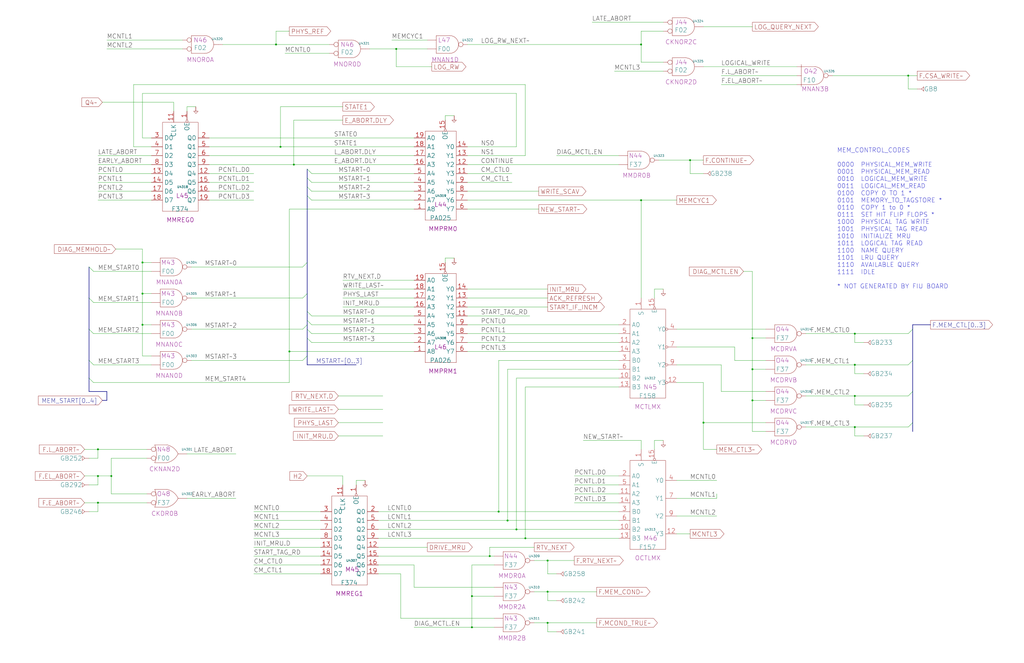
<source format=kicad_sch>
(kicad_sch (version 20250114) (generator "eeschema") (generator_version "9.0")
  (paper "User" 584.2 378.46)
  (title_block (title "MEMORY WRITE MONITOR") (date "20-MAR-90") (rev "1.0") (comment 1 "FIU") (comment 2 "232-003065") (comment 3 "S400") (comment 4 "RELEASED"))
  (lib_symbols
    (symbol "r1000:F00" (pin_numbers (hide yes)) (pin_names (hide yes))
      (property "Reference" "U" (at 15.24 0 0))
      (property "Value" "F00" (at 1.905 -5.08 0))
      (property "Location" "___" (at 1.905 0 0))
      (property "Name" "______" (at 2.54 -12.7 0))
      (symbol "F00_1_1"
        (pin input line (at -7.62 0 0) (length 5.08) (name "D0") (number "1"))
        (pin input line (at -7.62 -5.08 0) (length 5.08) (name "D1") (number "2"))
        (pin output line (at 15.24 -2.54 180) (length 2.54) (name "Q") (number "3"))
      )
      (symbol "F00_1_2"
        (pin input line (at -7.62 0 0) (length 2.54) (name "D0") (number "1"))
        (pin input line (at -7.62 -5.08 0) (length 2.54) (name "D1") (number "2"))
        (pin output line (at 15.24 -2.54 180) (length 5.08) (name "Q") (number "3"))
      )
    )
    (symbol "r1000:F02" (pin_numbers (hide yes)) (pin_names (hide yes))
      (property "Reference" "U" (at 12.16 0.635 0))
      (property "Value" "F02" (at -1.27 -4.445 0))
      (property "Location" "___" (at 2.54 0 0))
      (property "Name" "______" (at 2.54 -12.7 0))
      (symbol "F02_1_1"
        (pin input line (at -7.62 0 0) (length 2.54) (name "D0") (number "1"))
        (pin input line (at -7.62 -5.08 0) (length 2.54) (name "D1") (number "2"))
        (pin output line (at 15.24 -2.54 180) (length 1.27) (name "Q") (number "3"))
      )
      (symbol "F02_1_2"
        (pin input line (at -7.62 0 0) (length 2.54) (name "D0") (number "1"))
        (pin input line (at -7.62 -5.08 0) (length 2.54) (name "D1") (number "2"))
        (pin output line (at 15.24 -2.54 180) (length 2.54) (name "Q") (number "3"))
      )
    )
    (symbol "r1000:F10" (pin_numbers (hide yes)) (pin_names (hide yes))
      (property "Reference" "U" (at 13.335 0 0))
      (property "Value" "F10" (at 5.715 -5.08 0))
      (property "Location" "___" (at -1.27 0 0))
      (property "Name" "______" (at -2.54 -10.16 0))
      (symbol "F10_1_1"
        (pin input line (at -5.08 2.54 0) (length 2.54) (name "D0") (number "1"))
        (pin input line (at -5.08 -2.54 0) (length 2.54) (name "D1") (number "2"))
        (pin input line (at -5.08 -7.62 0) (length 2.54) (name "D2") (number "3"))
        (pin output line (at 15.24 -2.54 180) (length 2.54) (name "Q") (number "4"))
      )
      (symbol "F10_1_2"
        (pin input line (at -5.08 2.54 0) (length 0) (name "D0") (number "1"))
        (pin input line (at -5.08 -2.54 0) (length 0) (name "D1") (number "2"))
        (pin input line (at -5.08 -7.62 0) (length 0) (name "D2") (number "3"))
        (pin output line (at 15.24 -2.54 180) (length 2.54) (name "Q") (number "4"))
      )
    )
    (symbol "r1000:F157" (pin_names (offset 1.016))
      (property "Reference" "U" (at 2.54 5.08 0))
      (property "Value" "F157" (at -3.81 -5.08 0))
      (property "Location" "___" (at -1.27 0 0))
      (property "Name" "______" (at 1.27 -12.7 0))
      (symbol "F157_1_1"
        (pin input line (at -15.24 35.56 0) (length 6.35) (name "A0") (number "2"))
        (pin input line (at -15.24 30.48 0) (length 6.35) (name "A1") (number "5"))
        (pin input line (at -15.24 25.4 0) (length 6.35) (name "A2") (number "11"))
        (pin input line (at -15.24 20.32 0) (length 6.35) (name "A3") (number "14"))
        (pin input line (at -15.24 15.24 0) (length 6.35) (name "B0") (number "3"))
        (pin input line (at -15.24 10.16 0) (length 6.35) (name "B1") (number "6"))
        (pin input line (at -15.24 5.08 0) (length 6.35) (name "B2") (number "10"))
        (pin input line (at -15.24 0 0) (length 6.35) (name "B3") (number "13"))
        (pin input line (at -2.54 50.8 270) (length 6.35) (name "S") (number "1"))
        (pin input line (at 5.08 50.8 270) (length 5.08) (name "E") (number "15"))
        (pin output line (at 17.78 33.02 180) (length 6.35) (name "Y0") (number "4"))
        (pin output line (at 17.78 22.86 180) (length 6.35) (name "Y1") (number "7"))
        (pin output line (at 17.78 12.7 180) (length 6.35) (name "Y2") (number "9"))
        (pin output line (at 17.78 2.54 180) (length 6.35) (name "Y3") (number "12"))
      )
    )
    (symbol "r1000:F158" (pin_names (offset 1.016))
      (property "Reference" "U" (at 2.54 5.08 0))
      (property "Value" "F158" (at -3.81 -5.08 0))
      (property "Location" "___" (at -1.27 0 0))
      (property "Name" "______" (at 1.27 -12.7 0))
      (symbol "F158_1_1"
        (pin input line (at -15.24 35.56 0) (length 6.35) (name "A0") (number "2"))
        (pin input line (at -15.24 30.48 0) (length 6.35) (name "A1") (number "5"))
        (pin input line (at -15.24 25.4 0) (length 6.35) (name "A2") (number "11"))
        (pin input line (at -15.24 20.32 0) (length 6.35) (name "A3") (number "14"))
        (pin input line (at -15.24 15.24 0) (length 6.35) (name "B0") (number "3"))
        (pin input line (at -15.24 10.16 0) (length 6.35) (name "B1") (number "6"))
        (pin input line (at -15.24 5.08 0) (length 6.35) (name "B2") (number "10"))
        (pin input line (at -15.24 0 0) (length 6.35) (name "B3") (number "13"))
        (pin input line (at -2.54 50.8 270) (length 6.35) (name "S") (number "1"))
        (pin input line (at 5.08 50.8 270) (length 5.08) (name "E") (number "15"))
        (pin output line (at 17.78 33.02 180) (length 5.08) (name "Y0") (number "4"))
        (pin output line (at 17.78 22.86 180) (length 5.08) (name "Y1") (number "7"))
        (pin output line (at 17.78 12.7 180) (length 5.08) (name "Y2") (number "9"))
        (pin output line (at 17.78 2.54 180) (length 5.08) (name "Y3") (number "12"))
      )
    )
    (symbol "r1000:F37" (pin_numbers (hide yes)) (pin_names (offset 0) (hide yes))
      (property "Reference" "U" (at 15.24 0 0))
      (property "Value" "F37" (at 1.905 -5.08 0))
      (property "Location" "___" (at 1.905 0 0))
      (property "Name" "______" (at 2.54 -12.7 0))
      (symbol "F37_1_1"
        (pin input line (at -7.62 0 0) (length 5.08) (name "D0") (number "1"))
        (pin input line (at -7.62 -5.08 0) (length 5.08) (name "D1") (number "2"))
        (pin output line (at 15.24 -2.54 180) (length 2.54) (name "Q") (number "3"))
      )
      (symbol "F37_1_2"
        (pin input line (at -7.62 0 0) (length 2.54) (name "D0") (number "1"))
        (pin input line (at -7.62 -5.08 0) (length 2.54) (name "D1") (number "2"))
        (pin output line (at 15.24 -2.54 180) (length 5.08) (name "Q") (number "3"))
      )
    )
    (symbol "r1000:F374" (pin_names (offset 1.016))
      (property "Reference" "U" (at 2.54 5.08 0))
      (property "Value" "F374" (at -3.81 -7.62 0))
      (property "Location" "___" (at -1.27 0 0))
      (property "Name" "______" (at 1.27 -15.24 0))
      (symbol "F374_1_1"
        (pin input line (at -15.24 33.02 0) (length 6.35) (name "D0") (number "3"))
        (pin input line (at -15.24 27.94 0) (length 6.35) (name "D1") (number "4"))
        (pin input line (at -15.24 22.86 0) (length 6.35) (name "D2") (number "7"))
        (pin input line (at -15.24 17.78 0) (length 6.35) (name "D3") (number "8"))
        (pin input line (at -15.24 12.7 0) (length 6.35) (name "D4") (number "13"))
        (pin input line (at -15.24 7.62 0) (length 6.35) (name "D5") (number "14"))
        (pin input line (at -15.24 2.54 0) (length 6.35) (name "D6") (number "17"))
        (pin input line (at -15.24 -2.54 0) (length 6.35) (name "D7") (number "18"))
        (pin input line (at -2.54 48.26 270) (length 6.35) (name "CLK") (number "11"))
        (pin input line (at 5.08 48.26 270) (length 5.08) (name "OE") (number "1"))
        (pin tri_state line (at 17.78 33.02 180) (length 6.35) (name "Q0") (number "2"))
        (pin tri_state line (at 17.78 27.94 180) (length 6.35) (name "Q1") (number "5"))
        (pin tri_state line (at 17.78 22.86 180) (length 6.35) (name "Q2") (number "6"))
        (pin tri_state line (at 17.78 17.78 180) (length 6.35) (name "Q3") (number "9"))
        (pin tri_state line (at 17.78 12.7 180) (length 6.35) (name "Q4") (number "12"))
        (pin tri_state line (at 17.78 7.62 180) (length 6.35) (name "Q5") (number "15"))
        (pin tri_state line (at 17.78 2.54 180) (length 6.35) (name "Q6") (number "16"))
        (pin tri_state line (at 17.78 -2.54 180) (length 6.35) (name "Q7") (number "19"))
      )
    )
    (symbol "r1000:GB" (pin_numbers (hide yes)) (pin_names (offset 0) (hide yes))
      (property "Reference" "GB" (at 3.81 0 0))
      (symbol "GB_1_1"
        (pin bidirectional line (at 0 0 0) (length 2.54) (name "") (number "1"))
      )
    )
    (symbol "r1000:PAxxx" (pin_names (offset 1.016))
      (property "Reference" "U" (at 2.54 5.08 0))
      (property "Value" "PAxxx" (at -3.81 -7.62 0))
      (property "Location" "___" (at -1.27 0 0))
      (property "Name" "______" (at 3.81 -15.24 0))
      (symbol "PAxxx_1_1"
        (pin input line (at -12.7 38.1 0) (length 6.35) (name "A0") (number "19"))
        (pin input line (at -12.7 33.02 0) (length 6.35) (name "A1") (number "18"))
        (pin input line (at -12.7 27.94 0) (length 6.35) (name "A2") (number "17"))
        (pin input line (at -12.7 22.86 0) (length 6.35) (name "A3") (number "16"))
        (pin input line (at -12.7 17.78 0) (length 6.35) (name "A4") (number "5"))
        (pin input line (at -12.7 12.7 0) (length 6.35) (name "A5") (number "4"))
        (pin input line (at -12.7 7.62 0) (length 6.35) (name "A6") (number "3"))
        (pin input line (at -12.7 2.54 0) (length 6.35) (name "A7") (number "2"))
        (pin input line (at -12.7 -2.54 0) (length 6.35) (name "A8") (number "1"))
        (pin input line (at 5.08 48.26 270) (length 5.08) (name "OE") (number "15"))
        (pin tri_state line (at 17.78 33.02 180) (length 6.35) (name "Y0") (number "14"))
        (pin tri_state line (at 17.78 27.94 180) (length 6.35) (name "Y1") (number "13"))
        (pin tri_state line (at 17.78 22.86 180) (length 6.35) (name "Y2") (number "12"))
        (pin tri_state line (at 17.78 17.78 180) (length 6.35) (name "Y3") (number "11"))
        (pin tri_state line (at 17.78 12.7 180) (length 6.35) (name "Y4") (number "9"))
        (pin tri_state line (at 17.78 7.62 180) (length 6.35) (name "Y5") (number "8"))
        (pin tri_state line (at 17.78 2.54 180) (length 6.35) (name "Y6") (number "7"))
        (pin tri_state line (at 17.78 -2.54 180) (length 6.35) (name "Y7") (number "6"))
      )
    )
    (symbol "r1000:PD" (power) (pin_numbers (hide yes)) (pin_names (hide yes)) (in_bom no)
      (symbol "PD_1_1"
        (pin power_in line (at 0 0 270) (length 2.54) (name "PD") (number "1"))
      )
    )
  )
  (text "MEM_CONTROL_CODES\n\n0000  PHYSICAL_MEM_WRITE\n0001  PHYSICAL_MEM_READ\n0010  LOGICAL_MEM_WRITE\n0011  LOGICAL_MEM_READ\n0100  COPY 0 TO 1 *\n0101  MEMORY_TO_TAGSTORE *\n0110  COPY 1 to 0 *\n0111  SET HIT FLIP FLOPS *\n1000  PHYSICAL TAG WRITE\n1001  PHYSICAL TAG READ\n1010  INITIALIZE MRU\n1011  LOGICAL TAG READ\n1100  NAME QUERY\n1101  LRU QUERY\n1110  AVAILABLE QUERY\n1111  IDLE\n\n* NOT GENERATED BY FIU BOARD" (at 477.52 165.1 0) (effects (font (size 2.54 2.54)) (justify left bottom)))
  (junction (at 393.7 91.44))
  (junction (at 294.64 302.26))
  (junction (at 279.4 317.5))
  (junction (at 487.68 243.84))
  (junction (at 157.48 25.4))
  (junction (at 165.1 200.66))
  (junction (at 429.26 228.6))
  (junction (at 487.68 190.5))
  (junction (at 312.42 337.82))
  (junction (at 63.5 271.78))
  (junction (at 429.26 193.04))
  (junction (at 81.28 167.64))
  (junction (at 401.32 241.3))
  (junction (at 226.06 27.94))
  (junction (at 299.72 307.34))
  (junction (at 365.76 114.3))
  (junction (at 289.56 297.18))
  (junction (at 365.76 25.4))
  (junction (at 160.02 83.82))
  (junction (at 269.24 340.36))
  (junction (at 167.64 93.98))
  (junction (at 284.48 292.1))
  (junction (at 81.28 149.86))
  (junction (at 55.88 287.02))
  (junction (at 312.42 355.6))
  (junction (at 55.88 256.54))
  (junction (at 312.42 320.04))
  (junction (at 487.68 208.28))
  (junction (at 81.28 185.42))
  (junction (at 269.24 358.14))
  (junction (at 487.68 226.06))
  (junction (at 55.88 271.78))
  (junction (at 429.26 210.82))
  (junction (at 518.16 43.18))
  (bus_entry (at 520.7 241.3) (size -2.54 2.54))
  (bus_entry (at 175.26 203.2) (size -2.54 2.54))
  (bus_entry (at 175.26 187.96) (size 2.54 2.54))
  (bus_entry (at 50.8 152.4) (size 2.54 2.54))
  (bus_entry (at 520.7 223.52) (size -2.54 2.54))
  (bus_entry (at 50.8 215.9) (size 2.54 2.54))
  (bus_entry (at 175.26 111.76) (size 2.54 2.54))
  (bus_entry (at 175.26 177.8) (size 2.54 2.54))
  (bus_entry (at 175.26 182.88) (size 2.54 2.54))
  (bus_entry (at 50.8 205.74) (size 2.54 2.54))
  (bus_entry (at 175.26 167.64) (size -2.54 2.54))
  (bus_entry (at 50.8 187.96) (size 2.54 2.54))
  (bus_entry (at 175.26 101.6) (size 2.54 2.54))
  (bus_entry (at 175.26 185.42) (size -2.54 2.54))
  (bus_entry (at 175.26 193.04) (size 2.54 2.54))
  (bus_entry (at 50.8 170.18) (size 2.54 2.54))
  (bus_entry (at 175.26 106.68) (size 2.54 2.54))
  (bus_entry (at 175.26 149.86) (size -2.54 2.54))
  (bus_entry (at 520.7 187.96) (size -2.54 2.54))
  (bus_entry (at 175.26 96.52) (size 2.54 2.54))
  (bus_entry (at 520.7 205.74) (size -2.54 2.54))
  (wire (pts (xy 83.82 261.62) (xy 63.5 261.62)))
  (wire (pts (xy 269.24 322.58) (xy 269.24 340.36)))
  (wire (pts (xy 281.94 322.58) (xy 269.24 322.58)))
  (wire (pts (xy 459.74 208.28) (xy 487.68 208.28)))
  (wire (pts (xy 429.26 228.6) (xy 429.26 210.82)))
  (wire (pts (xy 337.82 12.7) (xy 378.46 12.7)))
  (wire (pts (xy 55.88 99.06) (xy 86.36 99.06)))
  (wire (pts (xy 378.46 35.56) (xy 365.76 35.56)))
  (wire (pts (xy 81.28 167.64) (xy 86.36 167.64)))
  (wire (pts (xy 58.42 58.42) (xy 99.06 58.42)))
  (wire (pts (xy 55.88 292.1) (xy 55.88 287.02)))
  (wire (pts (xy 408.94 281.94) (xy 408.94 284.48)))
  (wire (pts (xy 119.38 78.74) (xy 236.22 78.74)))
  (bus (pts (xy 50.8 187.96) (xy 50.8 205.74)))
  (wire (pts (xy 401.32 99.06) (xy 393.7 99.06)))
  (wire (pts (xy 81.28 78.74) (xy 81.28 53.34)))
  (wire (pts (xy 55.88 109.22) (xy 86.36 109.22)))
  (wire (pts (xy 254 66.04) (xy 254 68.58)))
  (wire (pts (xy 266.7 93.98) (xy 353.06 93.98)))
  (wire (pts (xy 386.08 284.48) (xy 408.94 284.48)))
  (wire (pts (xy 401.32 15.24) (xy 429.26 15.24)))
  (wire (pts (xy 195.58 170.18) (xy 236.22 170.18)))
  (wire (pts (xy 177.8 195.58) (xy 236.22 195.58)))
  (wire (pts (xy 317.5 342.9) (xy 312.42 342.9)))
  (wire (pts (xy 266.7 104.14) (xy 292.1 104.14)))
  (wire (pts (xy 386.08 274.32) (xy 408.94 274.32)))
  (wire (pts (xy 386.08 294.64) (xy 408.94 294.64)))
  (wire (pts (xy 327.66 271.78) (xy 353.06 271.78)))
  (wire (pts (xy 299.72 48.26) (xy 76.2 48.26)))
  (wire (pts (xy 106.68 284.48) (xy 134.62 284.48)))
  (wire (pts (xy 167.64 68.58) (xy 167.64 93.98)))
  (wire (pts (xy 317.5 327.66) (xy 312.42 327.66)))
  (wire (pts (xy 177.8 185.42) (xy 236.22 185.42)))
  (wire (pts (xy 365.76 25.4) (xy 266.7 25.4)))
  (wire (pts (xy 436.88 241.3) (xy 401.32 241.3)))
  (wire (pts (xy 53.34 190.5) (xy 86.36 190.5)))
  (wire (pts (xy 408.94 256.54) (xy 401.32 256.54)))
  (wire (pts (xy 474.98 43.18) (xy 518.16 43.18)))
  (wire (pts (xy 144.78 317.5) (xy 182.88 317.5)))
  (wire (pts (xy 236.22 358.14) (xy 269.24 358.14)))
  (wire (pts (xy 215.9 307.34) (xy 299.72 307.34)))
  (wire (pts (xy 304.8 337.82) (xy 312.42 337.82)))
  (wire (pts (xy 215.9 327.66) (xy 228.6 327.66)))
  (wire (pts (xy 429.26 246.38) (xy 429.26 228.6)))
  (wire (pts (xy 236.22 200.66) (xy 165.1 200.66)))
  (wire (pts (xy 294.64 53.34) (xy 294.64 83.82)))
  (wire (pts (xy 81.28 203.2) (xy 81.28 185.42)))
  (wire (pts (xy 48.26 256.54) (xy 55.88 256.54)))
  (wire (pts (xy 63.5 281.94) (xy 83.82 281.94)))
  (wire (pts (xy 177.8 114.3) (xy 236.22 114.3)))
  (wire (pts (xy 269.24 340.36) (xy 281.94 340.36)))
  (wire (pts (xy 353.06 215.9) (xy 294.64 215.9)))
  (wire (pts (xy 266.7 119.38) (xy 307.34 119.38)))
  (wire (pts (xy 375.92 91.44) (xy 393.7 91.44)))
  (wire (pts (xy 228.6 327.66) (xy 228.6 353.06)))
  (wire (pts (xy 401.32 218.44) (xy 386.08 218.44)))
  (wire (pts (xy 236.22 119.38) (xy 165.1 119.38)))
  (wire (pts (xy 312.42 360.68) (xy 312.42 355.6)))
  (wire (pts (xy 144.78 327.66) (xy 182.88 327.66)))
  (wire (pts (xy 109.22 152.4) (xy 172.72 152.4)))
  (wire (pts (xy 55.88 88.9) (xy 86.36 88.9)))
  (wire (pts (xy 109.22 205.74) (xy 172.72 205.74)))
  (wire (pts (xy 487.68 195.58) (xy 487.68 190.5)))
  (wire (pts (xy 419.1 198.12) (xy 386.08 198.12)))
  (wire (pts (xy 50.8 292.1) (xy 55.88 292.1)))
  (wire (pts (xy 157.48 25.4) (xy 187.96 25.4)))
  (wire (pts (xy 487.68 226.06) (xy 518.16 226.06)))
  (wire (pts (xy 53.34 154.94) (xy 86.36 154.94)))
  (wire (pts (xy 459.74 190.5) (xy 487.68 190.5)))
  (wire (pts (xy 365.76 251.46) (xy 332.74 251.46)))
  (wire (pts (xy 411.48 223.52) (xy 411.48 208.28)))
  (wire (pts (xy 55.88 261.62) (xy 55.88 256.54)))
  (bus (pts (xy 175.26 182.88) (xy 175.26 185.42)))
  (wire (pts (xy 177.8 99.06) (xy 236.22 99.06)))
  (wire (pts (xy 266.7 175.26) (xy 312.42 175.26)))
  (wire (pts (xy 99.06 63.5) (xy 99.06 58.42)))
  (wire (pts (xy 53.34 208.28) (xy 86.36 208.28)))
  (wire (pts (xy 228.6 353.06) (xy 281.94 353.06)))
  (wire (pts (xy 50.8 261.62) (xy 55.88 261.62)))
  (wire (pts (xy 279.4 317.5) (xy 281.94 317.5)))
  (wire (pts (xy 429.26 228.6) (xy 436.88 228.6)))
  (wire (pts (xy 327.66 276.86) (xy 353.06 276.86)))
  (wire (pts (xy 279.4 312.42) (xy 304.8 312.42)))
  (wire (pts (xy 53.34 172.72) (xy 86.36 172.72)))
  (wire (pts (xy 76.2 83.82) (xy 86.36 83.82)))
  (wire (pts (xy 144.78 292.1) (xy 182.88 292.1)))
  (wire (pts (xy 60.96 22.86) (xy 104.14 22.86)))
  (wire (pts (xy 81.28 149.86) (xy 81.28 142.24)))
  (wire (pts (xy 55.88 93.98) (xy 86.36 93.98)))
  (wire (pts (xy 208.28 274.32) (xy 203.2 274.32)))
  (wire (pts (xy 365.76 114.3) (xy 386.08 114.3)))
  (wire (pts (xy 487.68 231.14) (xy 487.68 226.06)))
  (wire (pts (xy 86.36 203.2) (xy 81.28 203.2)))
  (bus (pts (xy 175.26 187.96) (xy 175.26 193.04)))
  (wire (pts (xy 81.28 185.42) (xy 86.36 185.42)))
  (bus (pts (xy 520.7 205.74) (xy 520.7 223.52)))
  (wire (pts (xy 55.88 276.86) (xy 55.88 271.78)))
  (wire (pts (xy 299.72 88.9) (xy 299.72 48.26)))
  (wire (pts (xy 294.64 302.26) (xy 353.06 302.26)))
  (wire (pts (xy 353.06 210.82) (xy 289.56 210.82)))
  (wire (pts (xy 177.8 180.34) (xy 236.22 180.34)))
  (wire (pts (xy 165.1 218.44) (xy 53.34 218.44)))
  (wire (pts (xy 119.38 109.22) (xy 144.78 109.22)))
  (wire (pts (xy 312.42 337.82) (xy 340.36 337.82)))
  (wire (pts (xy 459.74 243.84) (xy 487.68 243.84)))
  (wire (pts (xy 353.06 205.74) (xy 284.48 205.74)))
  (wire (pts (xy 195.58 271.78) (xy 175.26 271.78)))
  (bus (pts (xy 175.26 185.42) (xy 175.26 187.96)))
  (wire (pts (xy 492.76 195.58) (xy 487.68 195.58)))
  (wire (pts (xy 429.26 193.04) (xy 429.26 154.94)))
  (bus (pts (xy 58.42 228.6) (xy 60.96 228.6)))
  (wire (pts (xy 492.76 248.92) (xy 487.68 248.92)))
  (wire (pts (xy 60.96 27.94) (xy 104.14 27.94)))
  (wire (pts (xy 350.52 40.64) (xy 378.46 40.64)))
  (wire (pts (xy 157.48 17.78) (xy 157.48 25.4)))
  (wire (pts (xy 266.7 190.5) (xy 353.06 190.5)))
  (wire (pts (xy 401.32 38.1) (xy 454.66 38.1)))
  (wire (pts (xy 269.24 340.36) (xy 269.24 358.14)))
  (bus (pts (xy 60.96 228.6) (xy 60.96 223.52)))
  (wire (pts (xy 411.48 43.18) (xy 454.66 43.18)))
  (wire (pts (xy 81.28 149.86) (xy 86.36 149.86)))
  (wire (pts (xy 317.5 88.9) (xy 353.06 88.9)))
  (wire (pts (xy 48.26 271.78) (xy 55.88 271.78)))
  (wire (pts (xy 518.16 50.8) (xy 518.16 43.18)))
  (wire (pts (xy 111.76 60.96) (xy 106.68 60.96)))
  (bus (pts (xy 50.8 152.4) (xy 50.8 170.18)))
  (wire (pts (xy 327.66 287.02) (xy 353.06 287.02)))
  (wire (pts (xy 165.1 119.38) (xy 165.1 200.66)))
  (wire (pts (xy 119.38 104.14) (xy 144.78 104.14)))
  (wire (pts (xy 223.52 22.86) (xy 243.84 22.86)))
  (wire (pts (xy 119.38 114.3) (xy 144.78 114.3)))
  (wire (pts (xy 119.38 83.82) (xy 160.02 83.82)))
  (wire (pts (xy 487.68 243.84) (xy 518.16 243.84)))
  (wire (pts (xy 215.9 297.18) (xy 289.56 297.18)))
  (wire (pts (xy 215.9 322.58) (xy 236.22 322.58)))
  (wire (pts (xy 386.08 304.8) (xy 393.7 304.8)))
  (wire (pts (xy 378.46 17.78) (xy 365.76 17.78)))
  (wire (pts (xy 160.02 60.96) (xy 160.02 83.82)))
  (wire (pts (xy 254 147.32) (xy 254 149.86)))
  (wire (pts (xy 106.68 259.08) (xy 134.62 259.08)))
  (wire (pts (xy 203.2 274.32) (xy 203.2 276.86)))
  (wire (pts (xy 266.7 185.42) (xy 353.06 185.42)))
  (wire (pts (xy 195.58 165.1) (xy 236.22 165.1)))
  (bus (pts (xy 175.26 208.28) (xy 203.2 208.28)))
  (wire (pts (xy 215.9 302.26) (xy 294.64 302.26)))
  (wire (pts (xy 109.22 170.18) (xy 172.72 170.18)))
  (wire (pts (xy 365.76 17.78) (xy 365.76 25.4)))
  (wire (pts (xy 436.88 205.74) (xy 419.1 205.74)))
  (wire (pts (xy 269.24 358.14) (xy 281.94 358.14)))
  (wire (pts (xy 411.48 48.26) (xy 454.66 48.26)))
  (wire (pts (xy 63.5 261.62) (xy 63.5 271.78)))
  (bus (pts (xy 520.7 185.42) (xy 520.7 187.96)))
  (wire (pts (xy 419.1 205.74) (xy 419.1 198.12)))
  (bus (pts (xy 50.8 170.18) (xy 50.8 187.96)))
  (wire (pts (xy 266.7 200.66) (xy 353.06 200.66)))
  (wire (pts (xy 55.88 287.02) (xy 83.82 287.02)))
  (wire (pts (xy 411.48 208.28) (xy 386.08 208.28)))
  (wire (pts (xy 487.68 213.36) (xy 487.68 208.28)))
  (wire (pts (xy 299.72 307.34) (xy 353.06 307.34)))
  (wire (pts (xy 312.42 320.04) (xy 327.66 320.04)))
  (wire (pts (xy 312.42 342.9) (xy 312.42 337.82)))
  (wire (pts (xy 195.58 160.02) (xy 236.22 160.02)))
  (bus (pts (xy 175.26 167.64) (xy 175.26 177.8)))
  (wire (pts (xy 365.76 256.54) (xy 365.76 251.46)))
  (wire (pts (xy 429.26 154.94) (xy 424.18 154.94)))
  (wire (pts (xy 193.04 248.92) (xy 218.44 248.92)))
  (wire (pts (xy 317.5 360.68) (xy 312.42 360.68)))
  (bus (pts (xy 175.26 101.6) (xy 175.26 106.68)))
  (bus (pts (xy 530.86 185.42) (xy 520.7 185.42)))
  (wire (pts (xy 294.64 215.9) (xy 294.64 302.26)))
  (wire (pts (xy 195.58 68.58) (xy 167.64 68.58)))
  (wire (pts (xy 55.88 114.3) (xy 86.36 114.3)))
  (bus (pts (xy 60.96 223.52) (xy 50.8 223.52)))
  (wire (pts (xy 193.04 241.3) (xy 218.44 241.3)))
  (wire (pts (xy 365.76 170.18) (xy 365.76 114.3)))
  (wire (pts (xy 226.06 27.94) (xy 243.84 27.94)))
  (bus (pts (xy 175.26 203.2) (xy 175.26 208.28)))
  (wire (pts (xy 492.76 231.14) (xy 487.68 231.14)))
  (bus (pts (xy 175.26 106.68) (xy 175.26 111.76)))
  (wire (pts (xy 289.56 297.18) (xy 353.06 297.18)))
  (wire (pts (xy 167.64 93.98) (xy 236.22 93.98)))
  (bus (pts (xy 520.7 241.3) (xy 520.7 246.38)))
  (wire (pts (xy 299.72 220.98) (xy 299.72 307.34)))
  (bus (pts (xy 175.26 96.52) (xy 175.26 101.6)))
  (wire (pts (xy 266.7 114.3) (xy 365.76 114.3)))
  (wire (pts (xy 106.68 60.96) (xy 106.68 63.5)))
  (wire (pts (xy 144.78 307.34) (xy 182.88 307.34)))
  (wire (pts (xy 523.24 50.8) (xy 518.16 50.8)))
  (wire (pts (xy 226.06 38.1) (xy 226.06 27.94)))
  (wire (pts (xy 459.74 226.06) (xy 487.68 226.06)))
  (wire (pts (xy 284.48 292.1) (xy 353.06 292.1)))
  (wire (pts (xy 127 25.4) (xy 157.48 25.4)))
  (wire (pts (xy 266.7 99.06) (xy 292.1 99.06)))
  (wire (pts (xy 487.68 248.92) (xy 487.68 243.84)))
  (bus (pts (xy 175.26 177.8) (xy 175.26 182.88)))
  (wire (pts (xy 365.76 35.56) (xy 365.76 25.4)))
  (wire (pts (xy 144.78 312.42) (xy 182.88 312.42)))
  (wire (pts (xy 429.26 210.82) (xy 429.26 193.04)))
  (wire (pts (xy 373.38 256.54) (xy 373.38 251.46)))
  (wire (pts (xy 312.42 327.66) (xy 312.42 320.04)))
  (bus (pts (xy 520.7 223.52) (xy 520.7 241.3)))
  (wire (pts (xy 50.8 276.86) (xy 55.88 276.86)))
  (wire (pts (xy 429.26 210.82) (xy 436.88 210.82)))
  (wire (pts (xy 304.8 320.04) (xy 312.42 320.04)))
  (wire (pts (xy 518.16 43.18) (xy 523.24 43.18)))
  (bus (pts (xy 175.26 111.76) (xy 175.26 149.86)))
  (wire (pts (xy 401.32 256.54) (xy 401.32 241.3)))
  (wire (pts (xy 289.56 210.82) (xy 289.56 297.18)))
  (wire (pts (xy 81.28 185.42) (xy 81.28 167.64)))
  (wire (pts (xy 266.7 170.18) (xy 312.42 170.18)))
  (bus (pts (xy 520.7 187.96) (xy 520.7 205.74)))
  (wire (pts (xy 195.58 60.96) (xy 160.02 60.96)))
  (wire (pts (xy 393.7 99.06) (xy 393.7 91.44)))
  (wire (pts (xy 279.4 317.5) (xy 279.4 312.42)))
  (bus (pts (xy 175.26 149.86) (xy 175.26 167.64)))
  (wire (pts (xy 144.78 297.18) (xy 182.88 297.18)))
  (wire (pts (xy 492.76 213.36) (xy 487.68 213.36)))
  (wire (pts (xy 119.38 88.9) (xy 236.22 88.9)))
  (wire (pts (xy 393.7 91.44) (xy 401.32 91.44)))
  (wire (pts (xy 177.8 104.14) (xy 236.22 104.14)))
  (wire (pts (xy 401.32 241.3) (xy 401.32 218.44)))
  (wire (pts (xy 193.04 226.06) (xy 218.44 226.06)))
  (wire (pts (xy 236.22 335.28) (xy 281.94 335.28)))
  (wire (pts (xy 266.7 165.1) (xy 312.42 165.1)))
  (wire (pts (xy 162.56 30.48) (xy 187.96 30.48)))
  (wire (pts (xy 55.88 271.78) (xy 63.5 271.78)))
  (wire (pts (xy 266.7 195.58) (xy 353.06 195.58)))
  (wire (pts (xy 109.22 187.96) (xy 172.72 187.96)))
  (wire (pts (xy 236.22 322.58) (xy 236.22 335.28)))
  (wire (pts (xy 353.06 220.98) (xy 299.72 220.98)))
  (bus (pts (xy 175.26 193.04) (xy 175.26 203.2)))
  (wire (pts (xy 144.78 302.26) (xy 182.88 302.26)))
  (wire (pts (xy 327.66 281.94) (xy 353.06 281.94)))
  (wire (pts (xy 215.9 317.5) (xy 279.4 317.5)))
  (wire (pts (xy 144.78 322.58) (xy 182.88 322.58)))
  (wire (pts (xy 266.7 180.34) (xy 302.26 180.34)))
  (wire (pts (xy 373.38 165.1) (xy 378.46 165.1)))
  (wire (pts (xy 86.36 78.74) (xy 81.28 78.74)))
  (wire (pts (xy 284.48 205.74) (xy 284.48 292.1)))
  (wire (pts (xy 215.9 292.1) (xy 284.48 292.1)))
  (wire (pts (xy 81.28 53.34) (xy 294.64 53.34)))
  (wire (pts (xy 119.38 93.98) (xy 167.64 93.98)))
  (wire (pts (xy 373.38 170.18) (xy 373.38 165.1)))
  (wire (pts (xy 76.2 48.26) (xy 76.2 83.82)))
  (wire (pts (xy 55.88 256.54) (xy 83.82 256.54)))
  (wire (pts (xy 195.58 276.86) (xy 195.58 271.78)))
  (wire (pts (xy 386.08 187.96) (xy 436.88 187.96)))
  (wire (pts (xy 66.04 142.24) (xy 81.28 142.24)))
  (bus (pts (xy 50.8 205.74) (xy 50.8 215.9)))
  (wire (pts (xy 266.7 83.82) (xy 294.64 83.82)))
  (wire (pts (xy 259.08 66.04) (xy 254 66.04)))
  (bus (pts (xy 50.8 215.9) (xy 50.8 223.52)))
  (wire (pts (xy 436.88 246.38) (xy 429.26 246.38)))
  (wire (pts (xy 119.38 99.06) (xy 144.78 99.06)))
  (wire (pts (xy 373.38 251.46) (xy 378.46 251.46)))
  (wire (pts (xy 429.26 193.04) (xy 436.88 193.04)))
  (wire (pts (xy 195.58 175.26) (xy 236.22 175.26)))
  (wire (pts (xy 48.26 287.02) (xy 55.88 287.02)))
  (wire (pts (xy 266.7 109.22) (xy 307.34 109.22)))
  (wire (pts (xy 210.82 27.94) (xy 226.06 27.94)))
  (wire (pts (xy 312.42 355.6) (xy 340.36 355.6)))
  (wire (pts (xy 81.28 167.64) (xy 81.28 149.86)))
  (wire (pts (xy 215.9 312.42) (xy 243.84 312.42)))
  (wire (pts (xy 487.68 208.28) (xy 518.16 208.28)))
  (wire (pts (xy 246.38 38.1) (xy 226.06 38.1)))
  (wire (pts (xy 259.08 147.32) (xy 254 147.32)))
  (wire (pts (xy 266.7 88.9) (xy 299.72 88.9)))
  (wire (pts (xy 177.8 109.22) (xy 236.22 109.22)))
  (wire (pts (xy 193.04 233.68) (xy 218.44 233.68)))
  (wire (pts (xy 165.1 200.66) (xy 165.1 218.44)))
  (wire (pts (xy 436.88 223.52) (xy 411.48 223.52)))
  (wire (pts (xy 177.8 190.5) (xy 236.22 190.5)))
  (wire (pts (xy 55.88 104.14) (xy 86.36 104.14)))
  (wire (pts (xy 487.68 190.5) (xy 518.16 190.5)))
  (wire (pts (xy 160.02 83.82) (xy 236.22 83.82)))
  (wire (pts (xy 63.5 271.78) (xy 63.5 281.94)))
  (wire (pts (xy 304.8 355.6) (xy 312.42 355.6)))
  (wire (pts (xy 165.1 17.78) (xy 157.48 17.78)))
  (label "EARLY_ABORT" (at 109.22 284.48 0) (effects (font (size 2.54 2.54))))
  (label "STATE1" (at 190.5 83.82 0) (effects (font (size 2.54 2.54))))
  (label "MCNTL1" (at 144.78 297.18 0) (effects (font (size 2.54 2.54))))
  (label "DIAG_MCTL.EN" (at 317.5 88.9 0) (effects (font (size 2.54 2.54))))
  (label "INIT_MRU.D" (at 195.58 175.26 0) (effects (font (size 2.54 2.54))))
  (label "PCNTL.D0" (at 327.66 271.78 0) (effects (font (size 2.54 2.54))))
  (label "MCNTL3" (at 144.78 307.34 0) (effects (font (size 2.54 2.54))))
  (label "MSTART~1" (at 116.84 170.18 0) (effects (font (size 2.54 2.54))))
  (label "MSTART~2" (at 116.84 187.96 0) (effects (font (size 2.54 2.54))))
  (label "MSTART~2" (at 195.58 190.5 0) (effects (font (size 2.54 2.54))))
  (label "LCNTL0" (at 220.98 292.1 0) (effects (font (size 2.54 2.54))))
  (label "PHYS_LAST" (at 195.58 170.18 0) (effects (font (size 2.54 2.54))))
  (label "MSTART~3" (at 193.04 114.3 0) (effects (font (size 2.54 2.54))))
  (label "F.MEM_CTL1" (at 462.28 208.28 0) (effects (font (size 2.54 2.54))))
  (label "MEM_START3" (at 55.88 208.28 0) (effects (font (size 2.54 2.54))))
  (label "MCNTL2" (at 393.7 294.64 0) (effects (font (size 2.54 2.54))))
  (label "MEM_START0" (at 55.88 154.94 0) (effects (font (size 2.54 2.54))))
  (label "F.MEM_CTL2" (at 462.28 226.06 0) (effects (font (size 2.54 2.54))))
  (label "MSTART~1" (at 193.04 104.14 0) (effects (font (size 2.54 2.54))))
  (label "LOG_RW_NEXT~" (at 274.32 25.4 0) (effects (font (size 2.54 2.54))))
  (label "WRITE_LAST~" (at 195.58 165.1 0) (effects (font (size 2.54 2.54))))
  (label "CM_CTL0" (at 144.78 322.58 0) (effects (font (size 2.54 2.54))))
  (label "MCNTL2" (at 144.78 302.26 0) (effects (font (size 2.54 2.54))))
  (label "PCNTL.D2" (at 124.46 109.22 0) (effects (font (size 2.54 2.54))))
  (label "CM_CTL1" (at 274.32 104.14 0) (effects (font (size 2.54 2.54))))
  (label "MCNTL2" (at 60.96 27.94 0) (effects (font (size 2.54 2.54))))
  (label "PCNTL3" (at 274.32 200.66 0) (effects (font (size 2.54 2.54))))
  (label "PCNTL.D2" (at 327.66 281.94 0) (effects (font (size 2.54 2.54))))
  (label "LCNTL2" (at 220.98 302.26 0) (effects (font (size 2.54 2.54))))
  (label "PCNTL0" (at 55.88 99.06 0) (effects (font (size 2.54 2.54))))
  (label "MSTART~0" (at 193.04 99.06 0) (effects (font (size 2.54 2.54))))
  (label "PCNTL.D1" (at 124.46 104.14 0) (effects (font (size 2.54 2.54))))
  (label "PCNTL.D1" (at 327.66 276.86 0) (effects (font (size 2.54 2.54))))
  (label "CM_CTL1" (at 144.78 327.66 0) (effects (font (size 2.54 2.54))))
  (label "MSTART~3" (at 195.58 195.58 0) (effects (font (size 2.54 2.54))))
  (label "NS1" (at 274.32 88.9 0) (effects (font (size 2.54 2.54))))
  (label "DIAG_MCTL.EN" (at 236.22 358.14 0) (effects (font (size 2.54 2.54))))
  (label "MCNTL0" (at 393.7 274.32 0) (effects (font (size 2.54 2.54))))
  (label "MCNTL0" (at 162.56 30.48 0) (effects (font (size 2.54 2.54))))
  (label "MEMCYC1" (at 223.52 22.86 0) (effects (font (size 2.54 2.54))))
  (label "MSTART~0" (at 195.58 180.34 0) (effects (font (size 2.54 2.54))))
  (label "START_TAG_RD" (at 274.32 180.34 0) (effects (font (size 2.54 2.54))))
  (label "MCNTL1" (at 60.96 22.86 0) (effects (font (size 2.54 2.54))))
  (label "START_TAG_RD" (at 144.78 317.5 0) (effects (font (size 2.54 2.54))))
  (label "STATE0" (at 190.5 78.74 0) (effects (font (size 2.54 2.54))))
  (label "PCNTL.D3" (at 327.66 287.02 0) (effects (font (size 2.54 2.54))))
  (label "PCNTL3" (at 55.88 114.3 0) (effects (font (size 2.54 2.54))))
  (label "LATE_ABORT" (at 55.88 88.9 0) (effects (font (size 2.54 2.54))))
  (label "LOGICAL_WRITE" (at 411.48 38.1 0) (effects (font (size 2.54 2.54))))
  (label "LCNTL3" (at 220.98 307.34 0) (effects (font (size 2.54 2.54))))
  (label "MSTART~2" (at 193.04 109.22 0) (effects (font (size 2.54 2.54))))
  (label "MEM_START1" (at 55.88 172.72 0) (effects (font (size 2.54 2.54))))
  (label "EARLY_ABORT" (at 55.88 93.98 0) (effects (font (size 2.54 2.54))))
  (label "PCNTL.D0" (at 124.46 99.06 0) (effects (font (size 2.54 2.54))))
  (label "MSTART~3" (at 116.84 205.74 0) (effects (font (size 2.54 2.54))))
  (label "LATE_ABORT" (at 110.49 259.08 0) (effects (font (size 2.54 2.54))))
  (label "MSTART~1" (at 195.58 185.42 0) (effects (font (size 2.54 2.54))))
  (label "L_ABORT.DLY" (at 190.5 88.9 0) (effects (font (size 2.54 2.54))))
  (label "MCNTL3" (at 350.52 40.64 0) (effects (font (size 2.54 2.54))))
  (label "MSTART~0" (at 116.84 152.4 0) (effects (font (size 2.54 2.54))))
  (label "MCNTL1" (at 393.7 284.48 0) (effects (font (size 2.54 2.54))))
  (label "CM_CTL0" (at 274.32 99.06 0) (effects (font (size 2.54 2.54))))
  (label "INIT_MRU.D" (at 144.78 312.42 0) (effects (font (size 2.54 2.54))))
  (label "PCNTL.D3" (at 124.46 114.3 0) (effects (font (size 2.54 2.54))))
  (label "PCNTL0" (at 274.32 185.42 0) (effects (font (size 2.54 2.54))))
  (label "E_ABORT.DLY" (at 190.5 93.98 0) (effects (font (size 2.54 2.54))))
  (label "MEM_START4" (at 116.84 218.44 0) (effects (font (size 2.54 2.54))))
  (label "F.MEM_CTL3" (at 462.28 243.84 0) (effects (font (size 2.54 2.54))))
  (label "NEW_START~" (at 332.74 251.46 0) (effects (font (size 2.54 2.54))))
  (label "F.EL_ABORT~" (at 411.48 48.26 0) (effects (font (size 2.54 2.54))))
  (label "F.MEM_CTL0" (at 462.28 190.5 0) (effects (font (size 2.54 2.54))))
  (label "MEM_START2" (at 55.88 190.5 0) (effects (font (size 2.54 2.54))))
  (label "PCNTL2" (at 55.88 109.22 0) (effects (font (size 2.54 2.54))))
  (label "LATE_ABORT" (at 337.82 12.7 0) (effects (font (size 2.54 2.54))))
  (label "NS0" (at 274.32 83.82 0) (effects (font (size 2.54 2.54))))
  (label "PCNTL1" (at 274.32 190.5 0) (effects (font (size 2.54 2.54))))
  (label "CONTINUE" (at 274.32 93.98 0) (effects (font (size 2.54 2.54))))
  (label "LCNTL1" (at 220.98 297.18 0) (effects (font (size 2.54 2.54))))
  (label "PCNTL2" (at 274.32 195.58 0) (effects (font (size 2.54 2.54))))
  (label "F.L_ABORT~" (at 411.48 43.18 0) (effects (font (size 2.54 2.54))))
  (label "PCNTL1" (at 55.88 104.14 0) (effects (font (size 2.54 2.54))))
  (label "MCNTL0" (at 144.78 292.1 0) (effects (font (size 2.54 2.54))))
  (label "RTV_NEXT.D" (at 195.58 160.02 0) (effects (font (size 2.54 2.54))))
  (label "MSTART~[0..3]" (at 180.34 208.28 0) (effects (font (size 2.54 2.54))))
  (global_label "F.L_ABORT~" (shape input) (at 48.26 256.54 180) (effects (font (size 2.54 2.54))) (property "Intersheetrefs" "${INTERSHEET_REFS}" (at 22.3883 256.3813 0) (effects (font (size 1.905 1.905)) (justify right))))
  (global_label "NEW_START~" (shape output) (at 307.34 119.38 0) (effects (font (size 2.54 2.54))) (property "Intersheetrefs" "${INTERSHEET_REFS}" (at 334.7841 119.2213 0) (effects (font (size 1.905 1.905)) (justify left))))
  (global_label "PHYS_REF" (shape output) (at 165.1 17.78 0) (effects (font (size 2.54 2.54))) (property "Intersheetrefs" "${INTERSHEET_REFS}" (at 188.6736 17.6213 0) (effects (font (size 1.905 1.905)) (justify left))))
  (global_label "MEM_START[0..4]" (shape input) (at 58.42 228.6 180) (effects (font (size 2.54 2.54))) (property "Intersheetrefs" "${INTERSHEET_REFS}" (at 21.9045 228.4413 0) (effects (font (size 1.905 1.905)) (justify right))))
  (global_label "RTV_NEXT.D" (shape input) (at 193.04 226.06 180) (effects (font (size 2.54 2.54))) (property "Intersheetrefs" "${INTERSHEET_REFS}" (at 166.5635 225.9013 0) (effects (font (size 1.905 1.905)) (justify right))))
  (global_label "F.E_ABORT~" (shape input) (at 48.26 287.02 180) (effects (font (size 2.54 2.54))) (property "Intersheetrefs" "${INTERSHEET_REFS}" (at 22.1464 286.8613 0) (effects (font (size 1.905 1.905)) (justify right))))
  (global_label "DRIVE_MRU" (shape output) (at 243.84 312.42 0) (effects (font (size 2.54 2.54))) (property "Intersheetrefs" "${INTERSHEET_REFS}" (at 269.4698 312.2613 0) (effects (font (size 1.905 1.905)) (justify left))))
  (global_label "INIT_MRU" (shape output) (at 312.42 165.1 0) (effects (font (size 2.54 2.54))) (property "Intersheetrefs" "${INTERSHEET_REFS}" (at 334.3003 164.9413 0) (effects (font (size 1.905 1.905)) (justify left))))
  (global_label "STATE1" (shape output) (at 195.58 60.96 0) (effects (font (size 2.54 2.54))) (property "Intersheetrefs" "${INTERSHEET_REFS}" (at 213.5898 60.8013 0) (effects (font (size 1.905 1.905)) (justify left))))
  (global_label "PHYS_LAST" (shape input) (at 193.04 241.3 180) (effects (font (size 2.54 2.54))) (property "Intersheetrefs" "${INTERSHEET_REFS}" (at 167.894 241.1413 0) (effects (font (size 1.905 1.905)) (justify right))))
  (global_label "F.MEM_CTL[0..3]" (shape output) (at 530.86 185.42 0) (effects (font (size 2.54 2.54))) (property "Intersheetrefs" "${INTERSHEET_REFS}" (at 566.287 185.2613 0) (effects (font (size 1.905 1.905)) (justify left))))
  (global_label "MEMCYC1" (shape output) (at 386.08 114.3 0) (effects (font (size 2.54 2.54))) (property "Intersheetrefs" "${INTERSHEET_REFS}" (at 408.686 114.1413 0) (effects (font (size 1.905 1.905)) (justify left))))
  (global_label "DIAG_MCTL.EN" (shape input) (at 424.18 154.94 180) (effects (font (size 2.54 2.54))) (property "Intersheetrefs" "${INTERSHEET_REFS}" (at 393.3492 154.7813 0) (effects (font (size 1.905 1.905)) (justify right))))
  (global_label "Q4~" (shape input) (at 58.42 58.42 180) (effects (font (size 2.54 2.54))) (property "Intersheetrefs" "${INTERSHEET_REFS}" (at 46.6997 58.2613 0) (effects (font (size 1.905 1.905)) (justify right))))
  (global_label "F.MEM_COND~" (shape output) (at 340.36 337.82 0) (effects (font (size 2.54 2.54))) (property "Intersheetrefs" "${INTERSHEET_REFS}" (at 370.8279 337.6613 0) (effects (font (size 1.905 1.905)) (justify left))))
  (global_label "RTV_NEXT" (shape output) (at 304.8 312.42 0) (effects (font (size 2.54 2.54))) (property "Intersheetrefs" "${INTERSHEET_REFS}" (at 327.527 312.2613 0) (effects (font (size 1.905 1.905)) (justify left))))
  (global_label "LOG_QUERY_NEXT" (shape output) (at 429.26 15.24 0) (effects (font (size 2.54 2.54))) (property "Intersheetrefs" "${INTERSHEET_REFS}" (at 466.8641 15.0813 0) (effects (font (size 1.905 1.905)) (justify left))))
  (global_label "E_ABORT.DLY" (shape output) (at 195.58 68.58 0) (effects (font (size 2.54 2.54))) (property "Intersheetrefs" "${INTERSHEET_REFS}" (at 224.4755 68.4213 0) (effects (font (size 1.905 1.905)) (justify left))))
  (global_label "MCNTL3" (shape output) (at 393.7 304.8 0) (effects (font (size 2.54 2.54))) (property "Intersheetrefs" "${INTERSHEET_REFS}" (at 413.0403 304.6413 0) (effects (font (size 1.905 1.905)) (justify left))))
  (global_label "F.CONTINUE~" (shape output) (at 401.32 91.44 0) (effects (font (size 2.54 2.54))) (property "Intersheetrefs" "${INTERSHEET_REFS}" (at 429.9736 91.2813 0) (effects (font (size 1.905 1.905)) (justify left))))
  (global_label "DIAG_MEMHOLD~" (shape input) (at 66.04 142.24 180) (effects (font (size 2.54 2.54))) (property "Intersheetrefs" "${INTERSHEET_REFS}" (at 30.9759 142.0813 0) (effects (font (size 1.905 1.905)) (justify right))))
  (global_label "LOG_RW" (shape output) (at 246.38 38.1 0) (effects (font (size 2.54 2.54))) (property "Intersheetrefs" "${INTERSHEET_REFS}" (at 265.8412 37.9413 0) (effects (font (size 1.905 1.905)) (justify left))))
  (global_label "INIT_MRU.D" (shape input) (at 193.04 248.92 180) (effects (font (size 2.54 2.54))) (property "Intersheetrefs" "${INTERSHEET_REFS}" (at 167.4102 248.7613 0) (effects (font (size 1.905 1.905)) (justify right))))
  (global_label "F.RTV_NEXT~" (shape output) (at 327.66 320.04 0) (effects (font (size 2.54 2.54))) (property "Intersheetrefs" "${INTERSHEET_REFS}" (at 355.5879 319.8813 0) (effects (font (size 1.905 1.905)) (justify left))))
  (global_label "H2" (shape input) (at 175.26 271.78 180) (effects (font (size 2.54 2.54))) (property "Intersheetrefs" "${INTERSHEET_REFS}" (at 165.354 271.6213 0) (effects (font (size 1.905 1.905)) (justify right))))
  (global_label "WRITE_SCAV" (shape output) (at 307.34 109.22 0) (effects (font (size 2.54 2.54))) (property "Intersheetrefs" "${INTERSHEET_REFS}" (at 334.3003 109.0613 0) (effects (font (size 1.905 1.905)) (justify left))))
  (global_label "ACK_REFRESH" (shape output) (at 312.42 170.18 0) (effects (font (size 2.54 2.54))) (property "Intersheetrefs" "${INTERSHEET_REFS}" (at 343.3717 170.0213 0) (effects (font (size 1.905 1.905)) (justify left))))
  (global_label "F.EL_ABORT~" (shape input) (at 48.26 271.78 180) (effects (font (size 2.54 2.54))) (property "Intersheetrefs" "${INTERSHEET_REFS}" (at 20.0902 271.6213 0) (effects (font (size 1.905 1.905)) (justify right))))
  (global_label "MEM_CTL3~" (shape output) (at 408.94 256.54 0) (effects (font (size 2.54 2.54))) (property "Intersheetrefs" "${INTERSHEET_REFS}" (at 434.5698 256.3813 0) (effects (font (size 1.905 1.905)) (justify left))))
  (global_label "WRITE_LAST~" (shape input) (at 193.04 233.68 180) (effects (font (size 2.54 2.54))) (property "Intersheetrefs" "${INTERSHEET_REFS}" (at 164.9911 233.5213 0) (effects (font (size 1.905 1.905)) (justify right))))
  (global_label "F.CSA_WRITE~" (shape output) (at 523.24 43.18 0) (effects (font (size 2.54 2.54))) (property "Intersheetrefs" "${INTERSHEET_REFS}" (at 553.2241 43.0213 0) (effects (font (size 1.905 1.905)) (justify left))))
  (global_label "START_IF_INCM" (shape output) (at 312.42 175.26 0) (effects (font (size 2.54 2.54))) (property "Intersheetrefs" "${INTERSHEET_REFS}" (at 344.8231 175.1013 0) (effects (font (size 1.905 1.905)) (justify left))))
  (global_label "F.MCOND_TRUE~" (shape output) (at 340.36 355.6 0) (effects (font (size 2.54 2.54))) (property "Intersheetrefs" "${INTERSHEET_REFS}" (at 375.0612 355.4413 0) (effects (font (size 1.905 1.905)) (justify left))))
  (symbol (lib_id "r1000:F37") (at 91.44 281.94 0) (unit 1) (convert 2)
    (property "Reference" "U4302" (at 106.68 281.94 0))
    (property "Value" "F37" (at 93.345 287.02 0) (effects (font (size 2.54 2.54))))
    (property "Location" "O48" (at 93.345 281.94 0) (effects (font (size 2.54 2.54))))
    (property "Name" "CKDR0B" (at 93.98 294.64 0) (effects (font (size 2.54 2.54)) (justify bottom)))
  )
  (symbol (lib_id "r1000:F00") (at 93.98 149.86 0) (unit 1)
    (property "Reference" "U4304" (at 109.22 149.86 0))
    (property "Value" "F00" (at 95.885 154.94 0) (effects (font (size 2.54 2.54))))
    (property "Location" "M43" (at 95.885 149.86 0) (effects (font (size 2.54 2.54))))
    (property "Name" "MNAN0A" (at 96.52 162.56 0) (effects (font (size 2.54 2.54)) (justify bottom)))
  )
  (symbol (lib_id "r1000:GB") (at 492.76 231.14 0) (unit 1)
    (property "Reference" "GB235" (at 496.57 231.14 0) (effects (font (size 2.54 2.54)) (justify left)))
    (property "Value" "GB" (effects (hide yes)))
  )
  (symbol (lib_id "r1000:F374") (at 198.12 325.12 0) (unit 1)
    (property "Reference" "U4307" (at 200.66 320.04 0))
    (property "Value" "F374" (at 194.31 332.74 0) (effects (font (size 2.54 2.54)) (justify left)))
    (property "Location" "M45" (at 196.85 325.12 0) (effects (font (size 2.54 2.54)) (justify left)))
    (property "Name" "MMREG1" (at 199.39 340.36 0) (effects (font (size 2.54 2.54)) (justify bottom)))
  )
  (symbol (lib_id "r1000:F37") (at 444.5 205.74 0) (unit 1)
    (property "Reference" "U4315" (at 459.74 205.74 0))
    (property "Value" "F37" (at 446.405 210.82 0) (effects (font (size 2.54 2.54))))
    (property "Location" "O44" (at 446.405 205.74 0) (effects (font (size 2.54 2.54))))
    (property "Name" "MCDRVB" (at 447.04 218.44 0) (effects (font (size 2.54 2.54)) (justify bottom)))
  )
  (symbol (lib_id "r1000:F37") (at 289.56 335.28 0) (unit 1)
    (property "Reference" "U4310" (at 304.8 335.28 0))
    (property "Value" "F37" (at 291.465 340.36 0) (effects (font (size 2.54 2.54))))
    (property "Location" "N43" (at 291.465 335.28 0) (effects (font (size 2.54 2.54))))
    (property "Name" "MMDR2A" (at 292.1 347.98 0) (effects (font (size 2.54 2.54)) (justify bottom)))
  )
  (symbol (lib_id "r1000:F00") (at 93.98 167.64 0) (unit 1)
    (property "Reference" "U4305" (at 109.22 167.64 0))
    (property "Value" "F00" (at 95.885 172.72 0) (effects (font (size 2.54 2.54))))
    (property "Location" "M43" (at 95.885 167.64 0) (effects (font (size 2.54 2.54))))
    (property "Name" "MNAN0B" (at 96.52 180.34 0) (effects (font (size 2.54 2.54)) (justify bottom)))
  )
  (symbol (lib_id "r1000:GB") (at 492.76 195.58 0) (unit 1)
    (property "Reference" "GB233" (at 496.57 195.58 0) (effects (font (size 2.54 2.54)) (justify left)))
    (property "Value" "GB" (effects (hide yes)))
  )
  (symbol (lib_id "r1000:PAxxx") (at 248.92 116.84 0) (unit 1)
    (property "Reference" "U4319" (at 251.46 111.76 0))
    (property "Value" "PA025" (at 245.11 124.46 0) (effects (font (size 2.54 2.54)) (justify left)))
    (property "Location" "L44" (at 247.65 116.84 0) (effects (font (size 2.54 2.54)) (justify left)))
    (property "Name" "MMPRM0" (at 252.73 132.08 0) (effects (font (size 2.54 2.54)) (justify bottom)))
  )
  (symbol (lib_id "r1000:F00") (at 93.98 185.42 0) (unit 1)
    (property "Reference" "U4306" (at 109.22 185.42 0))
    (property "Value" "F00" (at 95.885 190.5 0) (effects (font (size 2.54 2.54))))
    (property "Location" "M43" (at 95.885 185.42 0) (effects (font (size 2.54 2.54))))
    (property "Name" "MNAN0C" (at 96.52 198.12 0) (effects (font (size 2.54 2.54)) (justify bottom)))
  )
  (symbol (lib_id "r1000:F37") (at 289.56 353.06 0) (unit 1)
    (property "Reference" "U4311" (at 304.8 353.06 0))
    (property "Value" "F37" (at 291.465 358.14 0) (effects (font (size 2.54 2.54))))
    (property "Location" "N43" (at 291.465 353.06 0) (effects (font (size 2.54 2.54))))
    (property "Name" "MMDR2B" (at 292.1 365.76 0) (effects (font (size 2.54 2.54)) (justify bottom)))
  )
  (symbol (lib_id "r1000:F00") (at 91.44 256.54 0) (unit 1) (convert 2)
    (property "Reference" "U4301" (at 106.68 256.54 0))
    (property "Value" "F00" (at 93.345 261.62 0) (effects (font (size 2.54 2.54))))
    (property "Location" "N48" (at 93.345 256.54 0) (effects (font (size 2.54 2.54))))
    (property "Name" "CKNAN2D" (at 93.98 269.24 0) (effects (font (size 2.54 2.54)) (justify bottom)))
  )
  (symbol (lib_id "r1000:F02") (at 111.76 22.86 0) (unit 1) (convert 2)
    (property "Reference" "U4320" (at 123.92 22.225 0))
    (property "Value" "F02" (at 110.49 27.305 0) (effects (font (size 2.54 2.54)) (justify left)))
    (property "Location" "N46" (at 114.3 22.86 0) (effects (font (size 2.54 2.54))))
    (property "Name" "MNOR0A" (at 114.3 35.56 0) (effects (font (size 2.54 2.54)) (justify bottom)))
  )
  (symbol (lib_id "r1000:GB") (at 492.76 248.92 0) (unit 1)
    (property "Reference" "GB237" (at 496.57 248.92 0) (effects (font (size 2.54 2.54)) (justify left)))
    (property "Value" "GB" (effects (hide yes)))
  )
  (symbol (lib_id "r1000:GB") (at 492.76 213.36 0) (unit 1)
    (property "Reference" "GB234" (at 496.57 213.36 0) (effects (font (size 2.54 2.54)) (justify left)))
    (property "Value" "GB" (effects (hide yes)))
  )
  (symbol (lib_id "r1000:F37") (at 444.5 223.52 0) (unit 1)
    (property "Reference" "U4316" (at 459.74 223.52 0))
    (property "Value" "F37" (at 446.405 228.6 0) (effects (font (size 2.54 2.54))))
    (property "Location" "O44" (at 446.405 223.52 0) (effects (font (size 2.54 2.54))))
    (property "Name" "MCDRVC" (at 447.04 236.22 0) (effects (font (size 2.54 2.54)) (justify bottom)))
  )
  (symbol (lib_id "r1000:F00") (at 251.46 22.86 0) (unit 1)
    (property "Reference" "U4322" (at 266.7 22.86 0))
    (property "Value" "F00" (at 253.365 27.94 0) (effects (font (size 2.54 2.54))))
    (property "Location" "L47" (at 253.365 22.86 0) (effects (font (size 2.54 2.54))))
    (property "Name" "MNAN1D" (at 254 35.56 0) (effects (font (size 2.54 2.54)) (justify bottom)))
  )
  (symbol (lib_id "r1000:F00") (at 93.98 203.2 0) (unit 1)
    (property "Reference" "U4303" (at 109.22 203.2 0))
    (property "Value" "F00" (at 95.885 208.28 0) (effects (font (size 2.54 2.54))))
    (property "Location" "M43" (at 95.885 203.2 0) (effects (font (size 2.54 2.54))))
    (property "Name" "MNAN0D" (at 96.52 215.9 0) (effects (font (size 2.54 2.54)) (justify bottom)))
  )
  (symbol (lib_id "r1000:GB") (at 50.8 276.86 0) (mirror y) (unit 1)
    (property "Reference" "GB292" (at 46.99 276.86 0) (effects (font (size 2.54 2.54)) (justify left)))
    (property "Value" "GB" (effects (hide yes)))
  )
  (symbol (lib_id "r1000:F374") (at 101.6 111.76 0) (unit 1)
    (property "Reference" "U4318" (at 104.14 106.68 0))
    (property "Value" "F374" (at 97.79 119.38 0) (effects (font (size 2.54 2.54)) (justify left)))
    (property "Location" "L45" (at 100.33 111.76 0) (effects (font (size 2.54 2.54)) (justify left)))
    (property "Name" "MMREG0" (at 102.87 127 0) (effects (font (size 2.54 2.54)) (justify bottom)))
  )
  (symbol (lib_id "r1000:PD") (at 378.46 165.1 0) (unit 1) (in_bom no)
    (property "Reference" "#PWR0132" (effects (hide yes)))
    (property "Value" "PD" (effects (hide yes)))
  )
  (symbol (lib_id "r1000:F158") (at 368.3 220.98 0) (unit 1)
    (property "Reference" "U4312" (at 370.84 215.9 0))
    (property "Value" "F158" (at 364.49 226.06 0) (effects (font (size 2.54 2.54)) (justify left)))
    (property "Location" "N45" (at 367.03 220.98 0) (effects (font (size 2.54 2.54)) (justify left)))
    (property "Name" "MCTLMX" (at 369.57 233.68 0) (effects (font (size 2.54 2.54)) (justify bottom)))
  )
  (symbol (lib_id "r1000:PD") (at 378.46 251.46 0) (unit 1) (in_bom no)
    (property "Reference" "#PWR0133" (effects (hide yes)))
    (property "Value" "PD" (effects (hide yes)))
  )
  (symbol (lib_id "r1000:F02") (at 386.08 35.56 0) (unit 1) (convert 2)
    (property "Reference" "U4325" (at 398.24 34.925 0))
    (property "Value" "F02" (at 384.81 40.005 0) (effects (font (size 2.54 2.54)) (justify left)))
    (property "Location" "J44" (at 388.62 35.56 0) (effects (font (size 2.54 2.54))))
    (property "Name" "CKNOR2D" (at 388.62 48.26 0) (effects (font (size 2.54 2.54)) (justify bottom)))
  )
  (symbol (lib_id "r1000:F37") (at 444.5 187.96 0) (unit 1)
    (property "Reference" "U4314" (at 459.74 187.96 0))
    (property "Value" "F37" (at 446.405 193.04 0) (effects (font (size 2.54 2.54))))
    (property "Location" "O44" (at 446.405 187.96 0) (effects (font (size 2.54 2.54))))
    (property "Name" "MCDRVA" (at 447.04 200.66 0) (effects (font (size 2.54 2.54)) (justify bottom)))
  )
  (symbol (lib_id "r1000:PAxxx") (at 248.92 198.12 0) (unit 1)
    (property "Reference" "U4308" (at 251.46 193.04 0))
    (property "Value" "PA026" (at 245.11 205.74 0) (effects (font (size 2.54 2.54)) (justify left)))
    (property "Location" "L46" (at 247.65 198.12 0) (effects (font (size 2.54 2.54)) (justify left)))
    (property "Name" "MMPRM1" (at 252.73 213.36 0) (effects (font (size 2.54 2.54)) (justify bottom)))
  )
  (symbol (lib_id "r1000:F02") (at 195.58 25.4 0) (unit 1) (convert 2)
    (property "Reference" "U4321" (at 207.74 24.765 0))
    (property "Value" "F02" (at 194.31 29.845 0) (effects (font (size 2.54 2.54)) (justify left)))
    (property "Location" "N46" (at 198.12 25.4 0) (effects (font (size 2.54 2.54))))
    (property "Name" "MNOR0D" (at 198.12 38.1 0) (effects (font (size 2.54 2.54)) (justify bottom)))
  )
  (symbol (lib_id "r1000:PD") (at 259.08 66.04 0) (unit 1) (in_bom no)
    (property "Reference" "#PWR0205" (effects (hide yes)))
    (property "Value" "PD" (effects (hide yes)))
  )
  (symbol (lib_id "r1000:F37") (at 289.56 317.5 0) (unit 1)
    (property "Reference" "U4309" (at 304.8 317.5 0))
    (property "Value" "F37" (at 291.465 322.58 0) (effects (font (size 2.54 2.54))))
    (property "Location" "N44" (at 291.465 317.5 0) (effects (font (size 2.54 2.54))))
    (property "Name" "MMDR0A" (at 292.1 330.2 0) (effects (font (size 2.54 2.54)) (justify bottom)))
  )
  (symbol (lib_id "r1000:GB") (at 50.8 292.1 0) (mirror y) (unit 1)
    (property "Reference" "GB246" (at 46.99 292.1 0) (effects (font (size 2.54 2.54)) (justify left)))
    (property "Value" "GB" (effects (hide yes)))
  )
  (symbol (lib_id "r1000:PD") (at 259.08 147.32 0) (unit 1) (in_bom no)
    (property "Reference" "#PWR0206" (effects (hide yes)))
    (property "Value" "PD" (effects (hide yes)))
  )
  (symbol (lib_id "r1000:F37") (at 444.5 241.3 0) (unit 1)
    (property "Reference" "U4317" (at 459.74 241.3 0))
    (property "Value" "F37" (at 446.405 246.38 0) (effects (font (size 2.54 2.54))))
    (property "Location" "O44" (at 446.405 241.3 0) (effects (font (size 2.54 2.54))))
    (property "Name" "MCDRVD" (at 447.04 254 0) (effects (font (size 2.54 2.54)) (justify bottom)))
  )
  (symbol (lib_id "r1000:GB") (at 317.5 360.68 0) (unit 1)
    (property "Reference" "GB241" (at 321.31 360.68 0) (effects (font (size 2.54 2.54)) (justify left)))
    (property "Value" "GB" (effects (hide yes)))
  )
  (symbol (lib_id "r1000:PD") (at 208.28 274.32 0) (unit 1) (in_bom no)
    (property "Reference" "#PWR0204" (effects (hide yes)))
    (property "Value" "PD" (effects (hide yes)))
  )
  (symbol (lib_id "r1000:F02") (at 386.08 12.7 0) (unit 1) (convert 2)
    (property "Reference" "U4324" (at 398.24 12.065 0))
    (property "Value" "F02" (at 384.81 17.145 0) (effects (font (size 2.54 2.54)) (justify left)))
    (property "Location" "J44" (at 388.62 12.7 0) (effects (font (size 2.54 2.54))))
    (property "Name" "CKNOR2C" (at 388.62 25.4 0) (effects (font (size 2.54 2.54)) (justify bottom)))
  )
  (symbol (lib_id "r1000:GB") (at 50.8 261.62 0) (mirror y) (unit 1)
    (property "Reference" "GB252" (at 46.99 261.62 0) (effects (font (size 2.54 2.54)) (justify left)))
    (property "Value" "GB" (effects (hide yes)))
  )
  (symbol (lib_id "r1000:F10") (at 459.74 40.64 0) (unit 1)
    (property "Reference" "U4326" (at 473.075 40.64 0))
    (property "Value" "F10" (at 465.455 45.72 0) (effects (font (size 2.54 2.54)) (justify right)))
    (property "Location" "O42" (at 458.47 40.64 0) (effects (font (size 2.54 2.54)) (justify left)))
    (property "Name" "MNAN3B" (at 457.2 50.8 0) (effects (font (size 2.54 2.54)) (justify left)))
  )
  (symbol (lib_id "r1000:GB") (at 401.32 99.06 0) (unit 1)
    (property "Reference" "GB238" (at 405.13 99.06 0) (effects (font (size 2.54 2.54)) (justify left)))
    (property "Value" "GB" (effects (hide yes)))
  )
  (symbol (lib_id "r1000:GB") (at 317.5 327.66 0) (unit 1)
    (property "Reference" "GB258" (at 321.31 327.66 0) (effects (font (size 2.54 2.54)) (justify left)))
    (property "Value" "GB" (effects (hide yes)))
  )
  (symbol (lib_id "r1000:GB") (at 317.5 342.9 0) (unit 1)
    (property "Reference" "GB242" (at 321.31 342.9 0) (effects (font (size 2.54 2.54)) (justify left)))
    (property "Value" "GB" (effects (hide yes)))
  )
  (symbol (lib_id "r1000:F157") (at 368.3 307.34 0) (unit 1)
    (property "Reference" "U4313" (at 370.84 302.26 0))
    (property "Value" "F157" (at 364.49 312.42 0) (effects (font (size 2.54 2.54)) (justify left)))
    (property "Location" "M46" (at 367.03 307.34 0) (effects (font (size 2.54 2.54)) (justify left)))
    (property "Name" "OCTLMX" (at 369.57 320.04 0) (effects (font (size 2.54 2.54)) (justify bottom)))
  )
  (symbol (lib_id "r1000:PD") (at 111.76 60.96 0) (unit 1) (in_bom no)
    (property "Reference" "#PWR0207" (effects (hide yes)))
    (property "Value" "PD" (effects (hide yes)))
  )
  (symbol (lib_id "r1000:GB") (at 523.24 50.8 0) (unit 1)
    (property "Reference" "GB8" (at 527.05 50.8 0) (effects (font (size 2.54 2.54)) (justify left)))
    (property "Value" "GB" (effects (hide yes)))
  )
  (symbol (lib_id "r1000:F37") (at 360.68 88.9 0) (unit 1)
    (property "Reference" "U4323" (at 375.92 88.9 0))
    (property "Value" "F37" (at 362.585 93.98 0) (effects (font (size 2.54 2.54))))
    (property "Location" "N44" (at 362.585 88.9 0) (effects (font (size 2.54 2.54))))
    (property "Name" "MMDR0B" (at 363.22 101.6 0) (effects (font (size 2.54 2.54)) (justify bottom)))
  )
)
</source>
